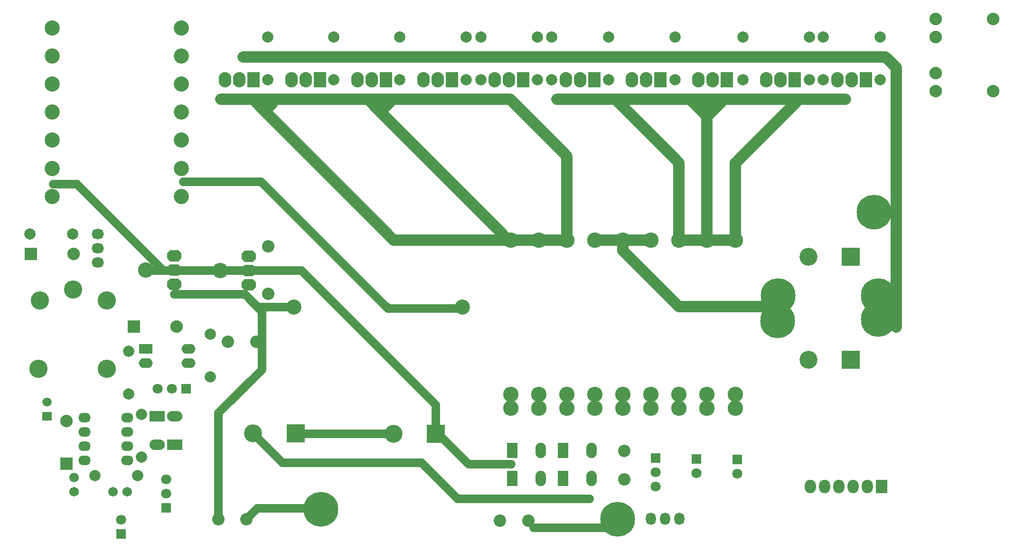
<source format=gbs>
%FSTAX24Y24*%
%MOIN*%
G70*
G01*
G75*
G04 Layer_Color=16711935*
%ADD10C,0.0787*%
%ADD11C,0.1575*%
%ADD12C,0.1181*%
%ADD13C,0.0591*%
%ADD14C,0.0000*%
%ADD15C,0.1000*%
%ADD16C,0.0591*%
%ADD17R,0.0630X0.0630*%
%ADD18C,0.0630*%
%ADD19C,0.0787*%
%ADD20C,0.2362*%
G04:AMPARAMS|DCode=21|XSize=70mil|YSize=90mil|CornerRadius=0mil|HoleSize=0mil|Usage=FLASHONLY|Rotation=90.000|XOffset=0mil|YOffset=0mil|HoleType=Round|Shape=Octagon|*
%AMOCTAGOND21*
4,1,8,-0.0450,-0.0175,-0.0450,0.0175,-0.0275,0.0350,0.0275,0.0350,0.0450,0.0175,0.0450,-0.0175,0.0275,-0.0350,-0.0275,-0.0350,-0.0450,-0.0175,0.0*
%
%ADD21OCTAGOND21*%

%ADD22C,0.0984*%
%ADD23O,0.0591X0.0512*%
%ADD24R,0.0591X0.0512*%
%ADD25R,0.0800X0.0800*%
%ADD26C,0.0800*%
%ADD27R,0.1000X0.0650*%
%ADD28O,0.1000X0.0650*%
%ADD29R,0.0630X0.0630*%
%ADD30O,0.0787X0.0591*%
%ADD31O,0.0787X0.0630*%
%ADD32O,0.0900X0.0600*%
%ADD33R,0.0900X0.0600*%
%ADD34C,0.0709*%
%ADD35C,0.1181*%
%ADD36R,0.1181X0.1181*%
%ADD37O,0.0650X0.1000*%
%ADD38R,0.0650X0.1000*%
%ADD39O,0.0709X0.0866*%
%ADD40R,0.0709X0.0866*%
%ADD41O,0.0800X0.1000*%
%ADD42R,0.0800X0.1000*%
%ADD43O,0.0630X0.0787*%
%ADD44R,0.0800X0.0800*%
%ADD45C,0.1200*%
%ADD46C,0.0079*%
%ADD47C,0.0100*%
%ADD48C,0.0120*%
%ADD49C,0.0070*%
%ADD50C,0.0150*%
%ADD51C,0.0250*%
%ADD52C,0.0039*%
%ADD53C,0.0080*%
%ADD54R,0.1260X0.0200*%
%ADD55R,0.0550X0.0150*%
%ADD56R,0.0150X0.0550*%
%ADD57R,0.3990X0.0360*%
%ADD58R,0.0200X0.1260*%
%ADD59C,0.1080*%
%ADD60C,0.0671*%
%ADD61R,0.0710X0.0710*%
%ADD62C,0.0710*%
%ADD63C,0.0867*%
%ADD64C,0.2442*%
G04:AMPARAMS|DCode=65|XSize=78mil|YSize=98mil|CornerRadius=0mil|HoleSize=0mil|Usage=FLASHONLY|Rotation=90.000|XOffset=0mil|YOffset=0mil|HoleType=Round|Shape=Octagon|*
%AMOCTAGOND65*
4,1,8,-0.0490,-0.0195,-0.0490,0.0195,-0.0295,0.0390,0.0295,0.0390,0.0490,0.0195,0.0490,-0.0195,0.0295,-0.0390,-0.0295,-0.0390,-0.0490,-0.0195,0.0*
%
%ADD65OCTAGOND65*%

%ADD66C,0.1064*%
%ADD67O,0.0671X0.0592*%
%ADD68R,0.0671X0.0592*%
%ADD69R,0.0880X0.0880*%
%ADD70C,0.0880*%
%ADD71R,0.1080X0.0730*%
%ADD72O,0.1080X0.0730*%
%ADD73R,0.0710X0.0710*%
%ADD74O,0.0867X0.0671*%
%ADD75O,0.0867X0.0710*%
%ADD76O,0.0980X0.0680*%
%ADD77R,0.0980X0.0680*%
%ADD78C,0.0789*%
%ADD79C,0.1261*%
%ADD80R,0.1261X0.1261*%
%ADD81O,0.0730X0.1080*%
%ADD82R,0.0730X0.1080*%
%ADD83O,0.0789X0.0946*%
%ADD84R,0.0789X0.0946*%
%ADD85O,0.0880X0.1080*%
%ADD86R,0.0880X0.1080*%
%ADD87O,0.0710X0.0867*%
%ADD88R,0.0880X0.0880*%
%ADD89C,0.1280*%
D10*
X151717Y045567D02*
X196528D01*
X196827D01*
X197575Y044819D01*
Y026591D02*
Y044819D01*
X173756Y042575D02*
X194032D01*
X184307Y032693D02*
Y042575D01*
Y041433D02*
X184346D01*
X18537Y042457D01*
X183165Y042535D02*
X184307Y041394D01*
X150173Y042575D02*
X170055D01*
X17037Y032693D02*
X170528D01*
X160685Y042378D02*
X17037Y032693D01*
X162299D02*
X17037D01*
X152614Y042378D02*
X162299Y032693D01*
X16974Y042575D02*
X170488D01*
X161353Y04171D02*
X161395D01*
X16226Y042575D01*
X169425D02*
X169543D01*
X153382Y04161D02*
Y041886D01*
X153835Y042339D01*
X170528Y032693D02*
X174465D01*
X182339D02*
Y038126D01*
X186276Y032693D02*
Y038126D01*
X17789Y042575D02*
X182339Y038126D01*
X186276Y038126D02*
X186315D01*
X190764Y042575D01*
X182339Y032693D02*
X186276D01*
X176433D02*
X18037D01*
X174465D02*
Y038598D01*
X170488Y042575D02*
X174465Y038598D01*
X178402Y031945D02*
Y032693D01*
Y031945D02*
X182339Y028008D01*
X18915D01*
D13*
X161882Y02789D02*
X167039D01*
X152984Y036787D02*
X161882Y02789D01*
X147512Y036787D02*
X152984D01*
X144882Y030567D02*
X155819D01*
X165268Y021118D01*
X165268Y019032D02*
Y021079D01*
X146134Y030567D02*
X146173D01*
X140071Y03663D02*
X146134Y030567D01*
X138378Y03663D02*
X140071D01*
X165268Y019071D02*
X165425D01*
X167551Y016945D02*
X170543D01*
X165425Y019071D02*
X167551Y016945D01*
X155465Y019071D02*
X162276D01*
X146882Y028874D02*
X151843D01*
X153063Y023598D02*
Y027654D01*
X152709Y028008D02*
X152748Y027968D01*
X155307D01*
X151843Y028874D02*
X153063Y027654D01*
X15Y020535D02*
X153063Y023598D01*
X15Y013087D02*
Y020535D01*
X166803Y014504D02*
X176055D01*
X164244Y017063D02*
X166803Y014504D01*
X15448Y017063D02*
X164244D01*
X152433Y01911D02*
X15448Y017063D01*
X172118Y012496D02*
X177866D01*
X152717Y013835D02*
X156449D01*
X151969Y013087D02*
X152717Y013835D01*
X16185Y027968D02*
X161929Y02789D01*
X167039D01*
D59*
X186276Y021866D02*
D03*
X170528D02*
D03*
X172496D02*
D03*
X174465D02*
D03*
X176433D02*
D03*
X184307D02*
D03*
X182339D02*
D03*
X18037D02*
D03*
X178402D02*
D03*
X186276Y032693D02*
D03*
X178402D02*
D03*
X18037D02*
D03*
X182339D02*
D03*
X184307D02*
D03*
X176433D02*
D03*
X174465D02*
D03*
X172496D02*
D03*
X170528D02*
D03*
X178402Y020882D02*
D03*
X18037D02*
D03*
X182339D02*
D03*
X184307D02*
D03*
X176433D02*
D03*
X174465D02*
D03*
X172496D02*
D03*
X170528D02*
D03*
X186276D02*
D03*
X144882Y030583D02*
D03*
X15011Y030567D02*
D03*
D60*
X139858Y016028D02*
D03*
Y015028D02*
D03*
X142602Y015016D02*
D03*
X143602D02*
D03*
D61*
X143165Y012063D02*
D03*
X146315Y013882D02*
D03*
X180701Y017378D02*
D03*
X183551Y017319D02*
D03*
X186409Y017299D02*
D03*
D62*
X143165Y013063D02*
D03*
X145717Y02226D02*
D03*
X146717D02*
D03*
X146315Y015882D02*
D03*
Y014882D02*
D03*
X180701Y016378D02*
D03*
Y015378D02*
D03*
X183551Y016319D02*
D03*
X186409Y016299D02*
D03*
D63*
X15348Y028913D02*
D03*
Y03226D02*
D03*
X152669Y025567D02*
D03*
X150669D02*
D03*
X178496Y01589D02*
D03*
Y01789D02*
D03*
X151969Y013087D02*
D03*
X15D02*
D03*
X169764Y012968D02*
D03*
X171772D02*
D03*
D64*
X157205Y013795D02*
D03*
X196024Y034661D02*
D03*
X189252Y027024D02*
D03*
X189291Y028795D02*
D03*
X196339Y027102D02*
D03*
Y028795D02*
D03*
X178008Y013087D02*
D03*
D65*
X146882Y031583D02*
D03*
Y030583D02*
D03*
Y029583D02*
D03*
X15211Y031567D02*
D03*
Y030567D02*
D03*
Y029567D02*
D03*
D66*
X167118Y027968D02*
D03*
X155307D02*
D03*
X147378Y045606D02*
D03*
Y047575D02*
D03*
X138323D02*
D03*
Y035764D02*
D03*
Y037732D02*
D03*
Y041669D02*
D03*
Y039701D02*
D03*
Y043638D02*
D03*
Y045606D02*
D03*
X147378Y043638D02*
D03*
Y041669D02*
D03*
Y037732D02*
D03*
Y039701D02*
D03*
Y035764D02*
D03*
D67*
X137953Y021303D02*
D03*
D68*
Y020303D02*
D03*
D69*
X139331Y016988D02*
D03*
D70*
Y019988D02*
D03*
X200346Y043165D02*
D03*
Y044425D02*
D03*
Y048205D02*
D03*
Y046945D02*
D03*
X204402Y048205D02*
D03*
Y043165D02*
D03*
X147059Y02663D02*
D03*
X139831Y031709D02*
D03*
D71*
X146921Y018307D02*
D03*
X145693Y020302D02*
D03*
D72*
X146921Y020307D02*
D03*
X145693Y018302D02*
D03*
D73*
X147717Y02226D02*
D03*
D74*
X140579Y020217D02*
D03*
Y019217D02*
D03*
Y018217D02*
D03*
Y017217D02*
D03*
X143579D02*
D03*
Y018217D02*
D03*
Y019217D02*
D03*
Y020217D02*
D03*
D75*
X141535Y031102D02*
D03*
Y032102D02*
D03*
Y033102D02*
D03*
D76*
X147907Y025055D02*
D03*
Y024055D02*
D03*
X144907D02*
D03*
D77*
Y025055D02*
D03*
D78*
X141339Y016157D02*
D03*
X144339D02*
D03*
X143701Y024898D02*
D03*
Y021898D02*
D03*
X144598Y020449D02*
D03*
Y017449D02*
D03*
X149409Y023087D02*
D03*
Y026087D02*
D03*
X168417Y046953D02*
D03*
Y043953D02*
D03*
X162732D02*
D03*
Y046953D02*
D03*
X167402Y043953D02*
D03*
Y046953D02*
D03*
X172386Y043953D02*
D03*
Y046953D02*
D03*
X177402Y043953D02*
D03*
Y046953D02*
D03*
X182047Y043953D02*
D03*
Y046953D02*
D03*
X158094Y043953D02*
D03*
Y046953D02*
D03*
X153457Y043953D02*
D03*
Y046953D02*
D03*
X196441Y043953D02*
D03*
Y046953D02*
D03*
X191488Y043953D02*
D03*
Y046953D02*
D03*
X192472D02*
D03*
Y043953D02*
D03*
X186811D02*
D03*
Y046953D02*
D03*
X136764Y033126D02*
D03*
X139764D02*
D03*
X173386Y046953D02*
D03*
Y043953D02*
D03*
D79*
X152433Y01911D02*
D03*
X162276Y019071D02*
D03*
X191409Y024268D02*
D03*
Y031512D02*
D03*
D80*
X155425Y01911D02*
D03*
X165268Y019071D02*
D03*
X194402Y024268D02*
D03*
Y031512D02*
D03*
D81*
X172628Y01791D02*
D03*
Y015941D02*
D03*
X176202Y015941D02*
D03*
Y01791D02*
D03*
D82*
X170628D02*
D03*
Y015941D02*
D03*
X174202Y015941D02*
D03*
Y01791D02*
D03*
D83*
X191565Y01539D02*
D03*
X192565D02*
D03*
X193565D02*
D03*
X195565D02*
D03*
X194565D02*
D03*
D84*
X196565D02*
D03*
D85*
X179039Y043953D02*
D03*
X180039D02*
D03*
X174402D02*
D03*
X175402D02*
D03*
X169402D02*
D03*
X170402D02*
D03*
X164402D02*
D03*
X165402D02*
D03*
X159748D02*
D03*
X160748D02*
D03*
X15511D02*
D03*
X15611D02*
D03*
X150472D02*
D03*
X151472D02*
D03*
X193457Y043953D02*
D03*
X194457D02*
D03*
X188465D02*
D03*
X189465D02*
D03*
X183701Y043953D02*
D03*
X184701D02*
D03*
D86*
X181039D02*
D03*
X176402D02*
D03*
X171402D02*
D03*
X166402D02*
D03*
X161748D02*
D03*
X15711D02*
D03*
X152472D02*
D03*
X195457Y043953D02*
D03*
X190465D02*
D03*
X185701Y043953D02*
D03*
D87*
X180354Y013126D02*
D03*
X181354D02*
D03*
X182354D02*
D03*
D88*
X144059Y02663D02*
D03*
X136831Y031709D02*
D03*
D89*
X137441Y028441D02*
D03*
X142165D02*
D03*
X137365Y023638D02*
D03*
X142165D02*
D03*
X139803Y029228D02*
D03*
M02*

</source>
